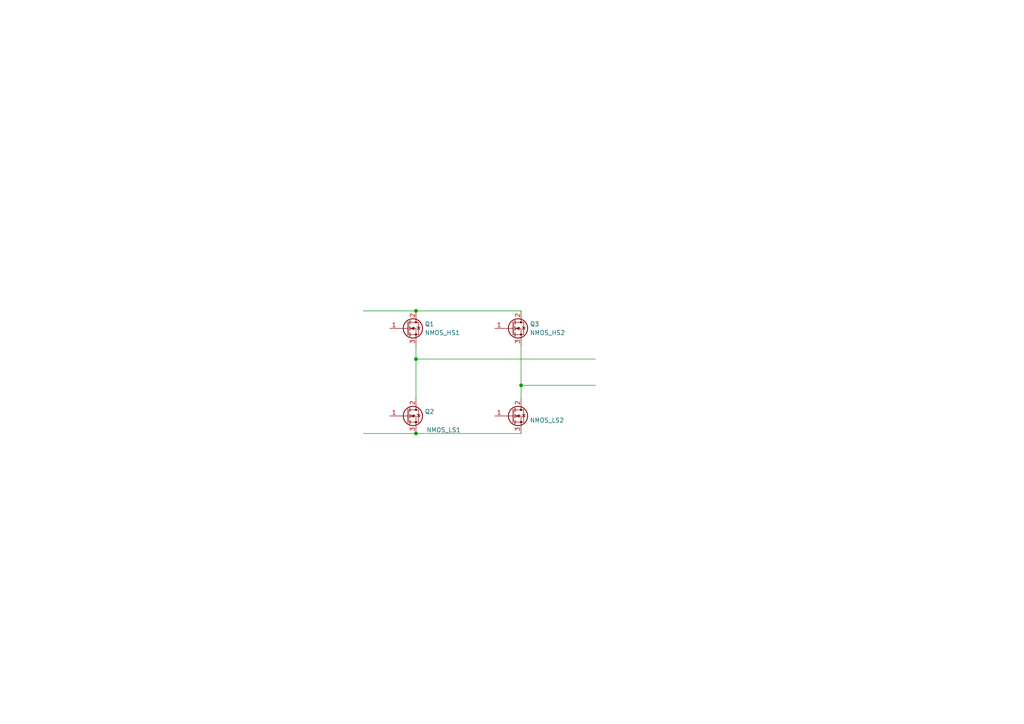
<source format=kicad_sch>
(kicad_sch
	(version 20231120)
	(generator "eeschema")
	(generator_version "8.0")
	(uuid "97b86574-f8ae-4026-9547-11d7758d040b")
	(paper "A4")
	
	(junction (at 120.65 104.14) (diameter 0) (color 0 0 0 0) (uuid "2a2f30b9-4970-456d-a597-f8557d29326b"))
	(junction (at 120.65 125.73) (diameter 0) (color 0 0 0 0) (uuid "31b4535a-c2f9-4595-b042-f5094f8d4f61"))
	(junction (at 151.13 111.76) (diameter 0) (color 0 0 0 0) (uuid "544397a5-b1d0-4689-8e6e-d315285a132d"))
	(junction (at 120.65 90.17) (diameter 0) (color 0 0 0 0) (uuid "d0c9aa25-cb79-461b-bc99-54e8aa529122"))
	(wire (pts (xy 151.13 100.33) (xy 151.13 111.76)) (stroke (width 0) (type default)) (uuid "087f6da9-79a1-4f63-b90d-d6ad504cb5de"))
	(wire (pts (xy 120.65 90.17) (xy 151.13 90.17)) (stroke (width 0) (type default)) (uuid "0dc20080-dd15-44c0-a339-34dd9ec53c30"))
	(wire (pts (xy 120.65 100.33) (xy 120.65 104.14)) (stroke (width 0) (type default)) (uuid "2021d0a1-f510-45d1-926c-08e1bece7213"))
	(wire (pts (xy 120.65 104.14) (xy 120.65 115.57)) (stroke (width 0) (type default)) (uuid "5daaa725-99a9-4870-b0f3-e8763b09c32a"))
	(wire (pts (xy 105.41 125.73) (xy 120.65 125.73)) (stroke (width 0) (type default)) (uuid "8e729ade-85be-4a9c-8a2c-0abe092886a4"))
	(wire (pts (xy 105.41 90.17) (xy 120.65 90.17)) (stroke (width 0) (type default)) (uuid "9c3d5c8f-07d7-4f5f-8847-e761acfe93ce"))
	(wire (pts (xy 151.13 111.76) (xy 172.72 111.76)) (stroke (width 0) (type default)) (uuid "9d026aa4-9ab1-4931-b8da-d0f03851c948"))
	(wire (pts (xy 151.13 111.76) (xy 151.13 115.57)) (stroke (width 0) (type default)) (uuid "a6226bb3-bc6c-440c-95dc-e9bf694dfc33"))
	(wire (pts (xy 120.65 104.14) (xy 172.72 104.14)) (stroke (width 0) (type default)) (uuid "a7f8b209-93ce-48a2-bce3-045f7b220fab"))
	(wire (pts (xy 120.65 125.73) (xy 151.13 125.73)) (stroke (width 0) (type default)) (uuid "dd5f14f7-fd46-45f6-9c37-a2227146f82c"))
	(symbol (lib_id "Device:Q_NMOS_GDS") (at 148.59 95.25 0) (unit 1) (exclude_from_sim no) (in_bom yes) (on_board yes) (dnp no) (uuid "362a867a-df7e-4b15-8fa5-107b05ed941a")
		(property "Reference" "Q3" (at 153.67 93.98 0) (effects (font (size 1.27 1.27)) (justify left)))
		(property "Value" "NMOS_HS2" (at 153.67 96.52 0) (effects (font (size 1.27 1.27)) (justify left)))
		(property "Footprint" "Package_TO_SOT_SMD:TO-252-2" (at 153.67 92.71 0) (effects (font (size 1.27 1.27)) (hide yes)))
		(property "Datasheet" "~" (at 148.59 95.25 0) (effects (font (size 1.27 1.27)) (hide yes)))
		(property "Description" "Phase 2 High Side MOSFET" (at 148.59 95.25 0) (effects (font (size 1.27 1.27)) (hide yes)))
		(pin "1" (uuid "b5dd3122-ec49-47c5-988a-62835f0344aa"))
		(pin "2" (uuid "4557b695-accc-4a39-a004-13f6d57c3280"))
		(pin "3" (uuid "0d886df7-3421-4def-9634-5ff0ced5d113"))
		(instances (project "Self_Design" (path "/97b86574-f8ae-4026-9547-11d7758d040b" (reference "Q3") (unit 1)))))
	(symbol (lib_id "Device:Q_NMOS_GDS") (at 118.11 95.25 0) (unit 1) (exclude_from_sim no) (in_bom yes) (on_board yes) (dnp no) (uuid "72f4bbc2-cd81-4785-97aa-1c5051b4e6a5")
		(property "Reference" "Q1" (at 123.19 93.98 0) (effects (font (size 1.27 1.27)) (justify left)))
		(property "Value" "NMOS_HS1" (at 123.19 96.52 0) (effects (font (size 1.27 1.27)) (justify left)))
		(property "Footprint" "Package_TO_SOT_SMD:TO-252-2" (at 123.19 92.71 0) (effects (font (size 1.27 1.27)) (hide yes)))
		(property "Datasheet" "~" (at 118.11 95.25 0) (effects (font (size 1.27 1.27)) (hide yes)))
		(property "Description" "Phase 1 High Side MOSFET" (at 118.11 95.25 0) (effects (font (size 1.27 1.27)) (hide yes)))
		(pin "1" (uuid "9bf0ac97-2b70-45d3-9a0d-91d235d1a2ba"))
		(pin "2" (uuid "624da892-3ada-400a-a8a5-a222080ca1cd"))
		(pin "3" (uuid "a839307e-dac9-4b13-87da-e6f020a12de6"))
		(instances (project "Self_Design" (path "/97b86574-f8ae-4026-9547-11d7758d040b" (reference "Q1") (unit 1)))))
	(symbol (lib_id "Device:Q_NMOS_GDS") (at 148.59 120.65 0) (unit 1) (exclude_from_sim no) (in_bom yes) (on_board yes) (dnp no) (uuid "a0ac2f2a-dd18-462e-acb5-ae39cf2b683a")
		(property "Reference" "Q4" (at 153.67 119.38 0) (effects (font (size 1.27 1.27)) (justify left) (hide yes)))
		(property "Value" "NMOS_LS2" (at 153.67 121.92 0) (effects (font (size 1.27 1.27)) (justify left)))
		(property "Footprint" "Package_TO_SOT_SMD:TO-252-2" (at 153.67 118.11 0) (effects (font (size 1.27 1.27)) (hide yes)))
		(property "Datasheet" "~" (at 148.59 120.65 0) (effects (font (size 1.27 1.27)) (hide yes)))
		(property "Description" "Phase 2 Low Side MOSFET" (at 148.59 120.65 0) (effects (font (size 1.27 1.27)) (hide yes)))
		(pin "1" (uuid "26b232b5-4ea0-4352-888d-cde8dfc243cd"))
		(pin "2" (uuid "93e05acd-d133-4b7c-979f-99c94badbac2"))
		(pin "3" (uuid "b4aaede4-2612-4dd7-85bf-771b8b352295"))
		(instances (project "Self_Design" (path "/97b86574-f8ae-4026-9547-11d7758d040b" (reference "Q4") (unit 1)))))
	(symbol (lib_id "Device:Q_NMOS_GDS") (at 118.11 120.65 0) (unit 1) (exclude_from_sim no) (in_bom yes) (on_board yes) (dnp no) (uuid "dd443fba-f785-408c-bf0c-4859a2cc86c8")
		(property "Reference" "Q2" (at 123.19 119.38 0) (effects (font (size 1.27 1.27)) (justify left)))
		(property "Value" "NMOS_LS1" (at 123.698 124.714 0) (effects (font (size 1.27 1.27)) (justify left)))
		(property "Footprint" "Package_TO_SOT_SMD:TO-252-2" (at 123.19 118.11 0) (effects (font (size 1.27 1.27)) (hide yes)))
		(property "Datasheet" "~" (at 118.11 120.65 0) (effects (font (size 1.27 1.27)) (hide yes)))
		(property "Description" "Phase 1 Low Side MOSFET" (at 118.11 120.65 0) (effects (font (size 1.27 1.27)) (hide yes)))
		(pin "1" (uuid "e98df89d-f382-4338-9ba8-2b8951d7a792"))
		(pin "2" (uuid "3aa04bbf-42a5-40aa-baf8-53254d5d3b41"))
		(pin "3" (uuid "721f891e-5ebc-4d2a-b953-a2ce0b3265ee"))
		(instances (project "Self_Design" (path "/97b86574-f8ae-4026-9547-11d7758d040b" (reference "Q2") (unit 1)))))
	(sheet_instances (path "/" (page "1"))))(kicad_sch
(version 20231120)
(generator "eeschema")
(generator_version "8.0")
(uuid "97b86574-f8ae-4026-9547-11d7758d040b")
(paper "A4")
(lib_symbols
(symbol "Device:Q_NMOS_GDS"
(pin_names (offset 0) hide)
(exclude_from_sim no)
(in_bom yes)
(on_board yes)
(property "Reference" "Q" (at 5.08 1.27 0) (effects (font (size 1.27 1.27)) (justify left)))
(property "Value" "Q_NMOS_GDS" (at 5.08 -1.27 0) (effects (font (size 1.27 1.27)) (justify left)))
(property "Footprint" "" (at 5.08 2.54 0) (effects (font (size 1.27 1.27)) (hide yes)))
(property "Datasheet" "~" (at 0 0 0) (effects (font (size 1.27 1.27)) (hide yes)))
(property "Description" "N-MOSFET transistor, gate/drain/source" (at 0 0 0) (effects (font (size 1.27 1.27)) (hide yes)))
(property "ki_keywords" "transistor NMOS N-MOS N-MOSFET" (at 0 0 0) (effects (font (size 1.27 1.27)) (hide yes)))
(symbol "Q_NMOS_GDS_0_1"
(polyline (pts (xy 0.254 0) (xy -2.54 0)) (stroke (width 0) (type default)) (fill (type none)))
(polyline (pts (xy 0.254 1.905) (xy 0.254 -1.905)) (stroke (width 0.254) (type default)) (fill (type none)))
(polyline (pts (xy 0.762 -1.27) (xy 0.762 -2.286)) (stroke (width 0.254) (type default)) (fill (type none)))
(polyline (pts (xy 0.762 0.508) (xy 0.762 -0.508)) (stroke (width 0.254) (type default)) (fill (type none)))
(polyline (pts (xy 0.762 2.286) (xy 0.762 1.27)) (stroke (width 0.254) (type default)) (fill (type none)))
(polyline (pts (xy 2.54 2.54) (xy 2.54 1.778)) (stroke (width 0) (type default)) (fill (type none)))
(polyline (pts (xy 2.54 -2.54) (xy 2.54 0) (xy 0.762 0)) (stroke (width 0) (type default)) (fill (type none)))
(polyline (pts (xy 0.762 -1.778) (xy 3.302 -1.778) (xy 3.302 1.778) (xy 0.762 1.778)) (stroke (width 0) (type default)) (fill (type none)))
(polyline (pts (xy 1.016 0) (xy 2.032 0.381) (xy 2.032 -0.381) (xy 1.016 0)) (stroke (width 0) (type default)) (fill (type outline)))
(polyline (pts (xy 2.794 0.508) (xy 2.921 0.381) (xy 3.683 0.381) (xy 3.81 0.254)) (stroke (width 0) (type default)) (fill (type none)))
(polyline (pts (xy 3.302 0.381) (xy 2.921 -0.254) (xy 3.683 -0.254) (xy 3.302 0.381)) (stroke (width 0) (type default)) (fill (type none)))
(circle (center 1.651 0) (radius 2.794) (stroke (width 0.254) (type default)) (fill (type none)))
(circle (center 2.54 -1.778) (radius 0.254) (stroke (width 0) (type default)) (fill (type outline)))
(circle (center 2.54 1.778) (radius 0.254) (stroke (width 0) (type default)) (fill (type outline))))
(symbol "Q_NMOS_GDS_1_1"
(pin input line (at -5.08 0 0) (length 2.54) (name "G" (effects (font (size 1.27 1.27)))) (number "1" (effects (font (size 1.27 1.27)))))
(pin passive line (at 2.54 5.08 270) (length 2.54) (name "D" (effects (font (size 1.27 1.27)))) (number "2" (effects (font (size 1.27 1.27)))))
(pin passive line (at 2.54 -5.08 90) (length 2.54) (name "S" (effects (font (size 1.27 1.27)))) (number "3" (effects (font (size 1.27 1.27))))))))
(junction (at 120.65 104.14) (diameter 0) (color 0 0 0 0) (uuid "2a2f30b9-4970-456d-a597-f8557d29326b"))
(junction (at 120.65 125.73) (diameter 0) (color 0 0 0 0) (uuid "31b4535a-c2f9-4595-b042-f5094f8d4f61"))
(junction (at 151.13 111.76) (diameter 0) (color 0 0 0 0) (uuid "544397a5-b1d0-4689-8e6e-d315285a132d"))
(junction (at 120.65 90.17) (diameter 0) (color 0 0 0 0) (uuid "d0c9aa25-cb79-461b-bc99-54e8aa529122"))
(wire (pts (xy 151.13 100.33) (xy 151.13 111.76)) (stroke (width 0) (type default)) (uuid "087f6da9-79a1-4f63-b90d-d6ad504cb5de"))
(wire (pts (xy 120.65 90.17) (xy 151.13 90.17)) (stroke (width 0) (type default)) (uuid "0dc20080-dd15-44c0-a339-34dd9ec53c30"))
(wire (pts (xy 120.65 100.33) (xy 120.65 104.14)) (stroke (width 0) (type default)) (uuid "2021d0a1-f510-45d1-926c-08e1bece7213"))
(wire (pts (xy 120.65 104.14) (xy 120.65 115.57)) (stroke (width 0) (type default)) (uuid "5daaa725-99a9-4870-b0f3-e8763b09c32a"))
(wire (pts (xy 105.41 125.73) (xy 120.65 125.73)) (stroke (width 0) (type default)) (uuid "8e729ade-85be-4a9c-8a2c-0abe092886a4"))
(wire (pts (xy 105.41 90.17) (xy 120.65 90.17)) (stroke (width 0) (type default)) (uuid "9c3d5c8f-07d7-4f5f-8847-e761acfe93ce"))
(wire (pts (xy 151.13 111.76) (xy 172.72 111.76)) (stroke (width 0) (type default)) (uuid "9d026aa4-9ab1-4931-b8da-d0f03851c948"))
(wire (pts (xy 151.13 111.76) (xy 151.13 115.57)) (stroke (width 0) (type default)) (uuid "a6226bb3-bc6c-440c-95dc-e9bf694dfc33"))
(wire (pts (xy 120.65 104.14) (xy 172.72 104.14)) (stroke (width 0) (type default)) (uuid "a7f8b209-93ce-48a2-bce3-045f7b220fab"))
(wire (pts (xy 120.65 125.73) (xy 151.13 125.73)) (stroke (width 0) (type default)) (uuid "dd5f14f7-fd46-45f6-9c37-a2227146f82c"))
(symbol (lib_id "Device:Q_NMOS_GDS") (at 148.59 95.25 0) (unit 1) (exclude_from_sim no) (in_bom yes) (on_board yes) (dnp no) (uuid "362a867a-df7e-4b15-8fa5-107b05ed941a")
(property "Reference" "Q3" (at 153.67 93.98 0) (effects (font (size 1.27 1.27)) (justify left)))
(property "Value" "NMOS_HS2" (at 153.67 96.52 0) (effects (font (size 1.27 1.27)) (justify left)))
(property "Footprint" "Package_TO_SOT_SMD:TO-252-2" (at 153.67 92.71 0) (effects (font (size 1.27 1.27)) (hide yes)))
(property "Datasheet" "~" (at 148.59 95.25 0) (effects (font (size 1.27 1.27)) (hide yes)))
(property "Description" "Phase 2 High Side MOSFET" (at 148.59 95.25 0) (effects (font (size 1.27 1.27)) (hide yes)))
(pin "1" (uuid "b5dd3122-ec49-47c5-988a-62835f0344aa"))
(pin "2" (uuid "4557b695-accc-4a39-a004-13f6d57c3280"))
(pin "3" (uuid "0d886df7-3421-4def-9634-5ff0ced5d113"))
(instances (project "Self_Design" (path "/97b86574-f8ae-4026-9547-11d7758d040b" (reference "Q3") (unit 1)))))
(symbol (lib_id "Device:Q_NMOS_GDS") (at 118.11 95.25 0) (unit 1) (exclude_from_sim no) (in_bom yes) (on_board yes) (dnp no) (uuid "72f4bbc2-cd81-4785-97aa-1c5051b4e6a5")
(property "Reference" "Q1" (at 123.19 93.98 0) (effects (font (size 1.27 1.27)) (justify left)))
(property "Value" "NMOS_HS1" (at 123.19 96.52 0) (effects (font (size 1.27 1.27)) (justify left)))
(property "Footprint" "Package_TO_SOT_SMD:TO-252-2" (at 123.19 92.71 0) (effects (font (size 1.27 1.27)) (hide yes)))
(property "Datasheet" "~" (at 118.11 95.25 0) (effects (font (size 1.27 1.27)) (hide yes)))
(property "Description" "Phase 1 High Side MOSFET" (at 118.11 95.25 0) (effects (font (size 1.27 1.27)) (hide yes)))
(pin "1" (uuid "9bf0ac97-2b70-45d3-9a0d-91d235d1a2ba"))
(pin "2" (uuid "624da892-3ada-400a-a8a5-a222080ca1cd"))
(pin "3" (uuid "a839307e-dac9-4b13-87da-e6f020a12de6"))
(instances (project "Self_Design" (path "/97b86574-f8ae-4026-9547-11d7758d040b" (reference "Q1") (unit 1)))))
(symbol (lib_id "Device:Q_NMOS_GDS") (at 148.59 120.65 0) (unit 1) (exclude_from_sim no) (in_bom yes) (on_board yes) (dnp no) (uuid "a0ac2f2a-dd18-462e-acb5-ae39cf2b683a")
(property "Reference" "Q4" (at 153.67 119.38 0) (effects (font (size 1.27 1.27)) (justify left) (hide yes)))
(property "Value" "NMOS_LS2" (at 153.67 121.92 0) (effects (font (size 1.27 1.27)) (justify left)))
(property "Footprint" "Package_TO_SOT_SMD:TO-252-2" (at 153.67 118.11 0) (effects (font (size 1.27 1.27)) (hide yes)))
(property "Datasheet" "~" (at 148.59 120.65 0) (effects (font (size 1.27 1.27)) (hide yes)))
(property "Description" "Phase 2 Low Side MOSFET" (at 148.59 120.65 0) (effects (font (size 1.27 1.27)) (hide yes)))
(pin "1" (uuid "26b232b5-4ea0-4352-888d-cde8dfc243cd"))
(pin "2" (uuid "93e05acd-d133-4b7c-979f-99c94badbac2"))
(pin "3" (uuid "b4aaede4-2612-4dd7-85bf-771b8b352295"))
(instances (project "Self_Design" (path "/97b86574-f8ae-4026-9547-11d7758d040b" (reference "Q4") (unit 1)))))
(symbol (lib_id "Device:Q_NMOS_GDS") (at 118.11 120.65 0) (unit 1) (exclude_from_sim no) (in_bom yes) (on_board yes) (dnp no) (uuid "dd443fba-f785-408c-bf0c-4859a2cc86c8")
(property "Reference" "Q2" (at 123.19 119.38 0) (effects (font (size 1.27 1.27)) (justify left)))
(property "Value" "NMOS_LS1" (at 123.698 124.714 0) (effects (font (size 1.27 1.27)) (justify left)))
(property "Footprint" "Package_TO_SOT_SMD:TO-252-2" (at 123.19 118.11 0) (effects (font (size 1.27 1.27)) (hide yes)))
(property "Datasheet" "~" (at 118.11 120.65 0) (effects (font (size 1.27 1.27)) (hide yes)))
(property "Description" "Phase 1 Low Side MOSFET" (at 118.11 120.65 0) (effects (font (size 1.27 1.27)) (hide yes)))
(pin "1" (uuid "e98df89d-f382-4338-9ba8-2b8951d7a792"))
(pin "2" (uuid "3aa04bbf-42a5-40aa-baf8-53254d5d3b41"))
(pin "3" (uuid "721f891e-5ebc-4d2a-b953-a2ce0b3265ee"))
(instances (project "Self_Design" (path "/97b86574-f8ae-4026-9547-11d7758d040b" (reference "Q2") (unit 1)))))
(sheet_instances (path "/" (page "1"))))

</source>
